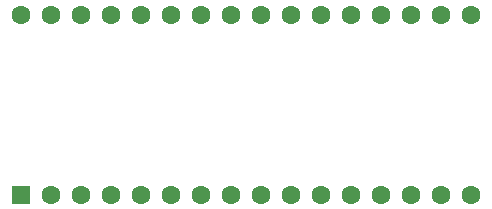
<source format=gbr>
G04 DipTrace 4.1.3.1*
G04 BottomMask.gbr*
%MOIN*%
G04 #@! TF.FileFunction,Soldermask,Bot*
G04 #@! TF.Part,Single*
%ADD27C,0.062992*%
%ADD29R,0.062992X0.062992*%
%FSLAX26Y26*%
G04*
G70*
G90*
G75*
G01*
G04 BotMask*
%LPD*%
D29*
X495669Y467717D3*
D27*
X595669D3*
X695669D3*
X795669D3*
X895669D3*
X995669D3*
X1095669D3*
X1195669D3*
X1295669D3*
X1395669D3*
X1495669D3*
X1595669D3*
X1695669D3*
X1795669D3*
X1895669D3*
X1995669D3*
Y1067717D3*
X1895669D3*
X1795669D3*
X1695669D3*
X1595669D3*
X1495669D3*
X1395669D3*
X1295669D3*
X1195669D3*
X1095669D3*
X995669D3*
X895669D3*
X795669D3*
X695669D3*
X595669D3*
X495669D3*
M02*

</source>
